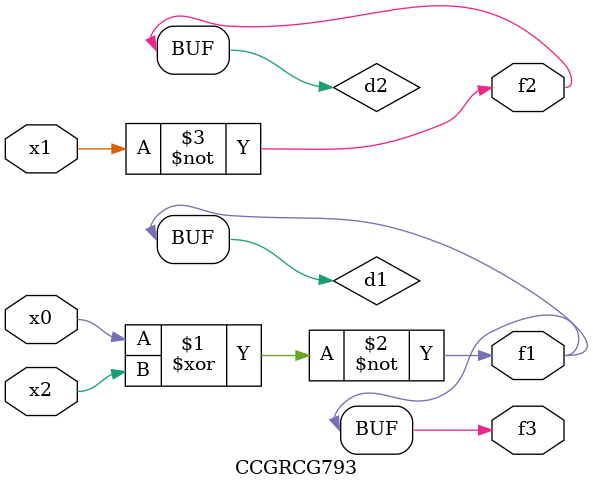
<source format=v>
module CCGRCG793(
	input x0, x1, x2,
	output f1, f2, f3
);

	wire d1, d2, d3;

	xnor (d1, x0, x2);
	nand (d2, x1);
	nor (d3, x1, x2);
	assign f1 = d1;
	assign f2 = d2;
	assign f3 = d1;
endmodule

</source>
